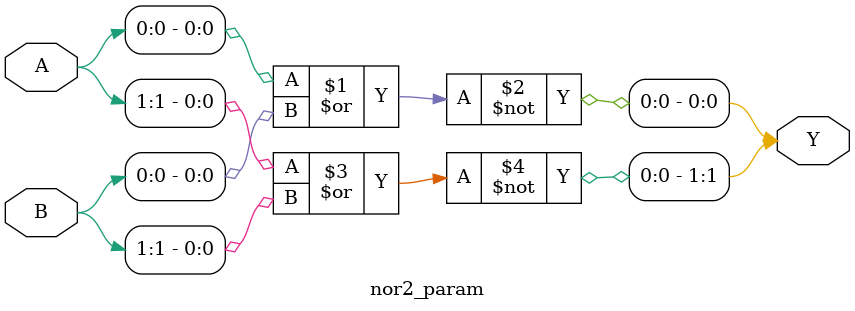
<source format=sv>
module nor2_param (
    input wire [1:0] A,  // Input bit width can be parameterized
    input wire [1:0] B,
    output wire [1:0] Y  // Output should match input width
);
    // Perform NOR operation bitwise
    assign Y[0] = ~(A[0] | B[0]);
    assign Y[1] = ~(A[1] | B[1]);
endmodule
</source>
